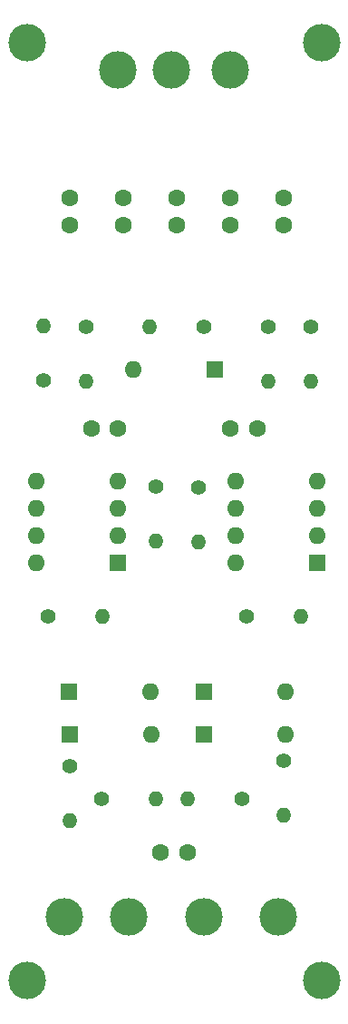
<source format=gbr>
%TF.GenerationSoftware,KiCad,Pcbnew,5.1.10*%
%TF.CreationDate,2021-06-26T04:08:14+02:00*%
%TF.ProjectId,double-gain,646f7562-6c65-42d6-9761-696e2e6b6963,rev?*%
%TF.SameCoordinates,Original*%
%TF.FileFunction,Soldermask,Bot*%
%TF.FilePolarity,Negative*%
%FSLAX46Y46*%
G04 Gerber Fmt 4.6, Leading zero omitted, Abs format (unit mm)*
G04 Created by KiCad (PCBNEW 5.1.10) date 2021-06-26 04:08:14*
%MOMM*%
%LPD*%
G01*
G04 APERTURE LIST*
%ADD10O,1.600000X1.600000*%
%ADD11R,1.600000X1.600000*%
%ADD12C,1.600000*%
%ADD13C,3.500000*%
%ADD14O,1.400000X1.400000*%
%ADD15C,1.400000*%
G04 APERTURE END LIST*
D10*
%TO.C,U2*%
X62000000Y-86000000D03*
X69620000Y-78380000D03*
X62000000Y-83460000D03*
X69620000Y-80920000D03*
X62000000Y-80920000D03*
X69620000Y-83460000D03*
X62000000Y-78380000D03*
D11*
X69620000Y-86000000D03*
%TD*%
D12*
%TO.C,C1*%
X61500000Y-52000000D03*
X61500000Y-54500000D03*
%TD*%
%TO.C,C2*%
X56500000Y-54500000D03*
X56500000Y-52000000D03*
%TD*%
%TO.C,C3*%
X51500000Y-52000000D03*
X51500000Y-54500000D03*
%TD*%
%TO.C,C4*%
X46500000Y-54500000D03*
X46500000Y-52000000D03*
%TD*%
%TO.C,C6*%
X51000000Y-73500000D03*
X48500000Y-73500000D03*
%TD*%
%TO.C,C7*%
X66500000Y-52000000D03*
X66500000Y-54500000D03*
%TD*%
%TO.C,C8*%
X57500000Y-113000000D03*
X55000000Y-113000000D03*
%TD*%
D10*
%TO.C,D1*%
X52380000Y-68000000D03*
D11*
X60000000Y-68000000D03*
%TD*%
%TO.C,D2*%
X46380000Y-98000000D03*
D10*
X54000000Y-98000000D03*
%TD*%
D11*
%TO.C,D3*%
X59000000Y-98000000D03*
D10*
X66620000Y-98000000D03*
%TD*%
D13*
%TO.C,J1*%
X46000000Y-119000000D03*
%TD*%
%TO.C,J3*%
X52000000Y-119000000D03*
%TD*%
%TO.C,J6*%
X42500000Y-125000000D03*
%TD*%
%TO.C,J7*%
X70000000Y-37500000D03*
%TD*%
%TO.C,J8*%
X42500000Y-37500000D03*
%TD*%
%TO.C,J9*%
X70000000Y-125000000D03*
%TD*%
D14*
%TO.C,R1*%
X65000000Y-69080000D03*
D15*
X65000000Y-64000000D03*
%TD*%
D14*
%TO.C,R2*%
X54500000Y-84000000D03*
D15*
X54500000Y-78920000D03*
%TD*%
%TO.C,R3*%
X44000000Y-69000000D03*
D14*
X44000000Y-63920000D03*
%TD*%
%TO.C,R4*%
X53920000Y-64000000D03*
D15*
X59000000Y-64000000D03*
%TD*%
%TO.C,R5*%
X48000000Y-64000000D03*
D14*
X48000000Y-69080000D03*
%TD*%
%TO.C,R6*%
X54500000Y-108000000D03*
D15*
X49420000Y-108000000D03*
%TD*%
D14*
%TO.C,R7*%
X46500000Y-110080000D03*
D15*
X46500000Y-105000000D03*
%TD*%
%TO.C,R8*%
X69000000Y-64000000D03*
D14*
X69000000Y-69080000D03*
%TD*%
D15*
%TO.C,R9*%
X44420000Y-91000000D03*
D14*
X49500000Y-91000000D03*
%TD*%
D15*
%TO.C,R10*%
X62580000Y-108000000D03*
D14*
X57500000Y-108000000D03*
%TD*%
D11*
%TO.C,U1*%
X51000000Y-86000000D03*
D10*
X43380000Y-78380000D03*
X51000000Y-83460000D03*
X43380000Y-80920000D03*
X51000000Y-80920000D03*
X43380000Y-83460000D03*
X51000000Y-78380000D03*
X43380000Y-86000000D03*
%TD*%
D12*
%TO.C,C10*%
X61500000Y-73500000D03*
X64000000Y-73500000D03*
%TD*%
D10*
%TO.C,D4*%
X54120000Y-102000000D03*
D11*
X46500000Y-102000000D03*
%TD*%
%TO.C,D5*%
X59000000Y-102000000D03*
D10*
X66620000Y-102000000D03*
%TD*%
D13*
%TO.C,J10*%
X66000000Y-119000000D03*
%TD*%
%TO.C,J11*%
X59000000Y-119000000D03*
%TD*%
D15*
%TO.C,R11*%
X66500000Y-104500000D03*
D14*
X66500000Y-109580000D03*
%TD*%
D15*
%TO.C,R12*%
X63000000Y-91000000D03*
D14*
X68080000Y-91000000D03*
%TD*%
%TO.C,R13*%
X58500000Y-84080000D03*
D15*
X58500000Y-79000000D03*
%TD*%
D13*
%TO.C,J2*%
X56000000Y-40000000D03*
%TD*%
%TO.C,J4*%
X51000000Y-40000000D03*
%TD*%
%TO.C,J5*%
X61500000Y-40000000D03*
%TD*%
M02*

</source>
